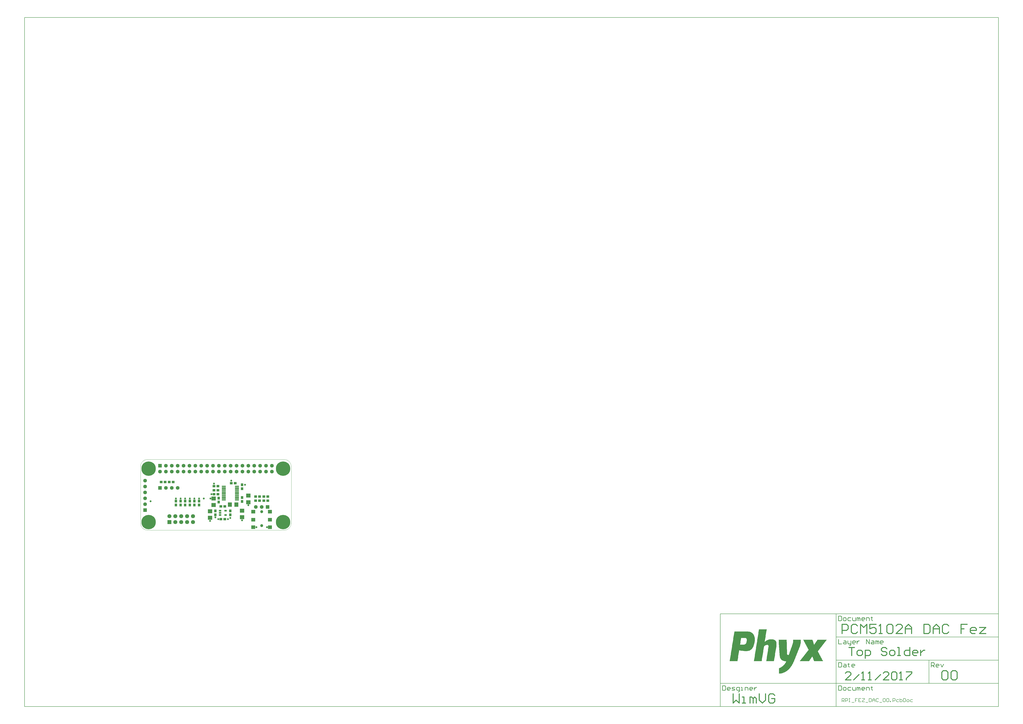
<source format=gts>
G04 Layer_Color=8388736*
%FSLAX25Y25*%
%MOIN*%
G70*
G01*
G75*
%ADD10C,0.00787*%
%ADD21C,0.01575*%
%ADD22C,0.00394*%
%ADD23C,0.00984*%
%ADD30C,0.05118*%
%ADD36R,0.06693X0.07480*%
%ADD37R,0.07480X0.06693*%
%ADD38R,0.04331X0.04724*%
%ADD39R,0.04331X0.03150*%
%ADD40R,0.04724X0.04331*%
%ADD41R,0.06890X0.01968*%
%ADD42R,0.07087X0.06299*%
%ADD43R,0.06299X0.06299*%
%ADD44C,0.06299*%
%ADD45R,0.06890X0.06890*%
%ADD46C,0.06890*%
%ADD47R,0.06299X0.06299*%
%ADD48C,0.24410*%
%ADD49C,0.03150*%
G36*
X1121080Y-186079D02*
Y-186365D01*
Y-186652D01*
Y-186938D01*
Y-187224D01*
Y-187511D01*
Y-187797D01*
Y-188083D01*
Y-188370D01*
Y-188656D01*
Y-188942D01*
Y-189229D01*
Y-189515D01*
Y-189801D01*
Y-190088D01*
Y-190374D01*
Y-190660D01*
Y-190946D01*
Y-191233D01*
Y-191519D01*
Y-191806D01*
X1120793D01*
Y-192092D01*
Y-192378D01*
Y-192664D01*
Y-192951D01*
Y-193237D01*
X1120507D01*
Y-193523D01*
Y-193810D01*
Y-194096D01*
Y-194382D01*
X1120221D01*
Y-194669D01*
Y-194955D01*
Y-195241D01*
Y-195528D01*
X1119934D01*
Y-195814D01*
Y-196100D01*
Y-196387D01*
X1119648D01*
Y-196673D01*
Y-196959D01*
Y-197245D01*
X1119362D01*
Y-197532D01*
Y-197818D01*
Y-198104D01*
X1119075D01*
Y-198391D01*
Y-198677D01*
Y-198963D01*
X1118789D01*
Y-199250D01*
Y-199536D01*
X1118503D01*
Y-199822D01*
Y-200109D01*
X1118217D01*
Y-200395D01*
Y-200681D01*
Y-200968D01*
X1117930D01*
Y-201254D01*
Y-201540D01*
X1117644D01*
Y-201826D01*
Y-202113D01*
Y-202399D01*
X1117358D01*
Y-202685D01*
Y-202972D01*
X1117071D01*
Y-203258D01*
Y-203544D01*
Y-203831D01*
X1116785D01*
Y-204117D01*
Y-204403D01*
X1116499D01*
Y-204690D01*
Y-204976D01*
Y-205262D01*
X1116212D01*
Y-205549D01*
Y-205835D01*
X1115926D01*
Y-206121D01*
Y-206407D01*
Y-206694D01*
X1115640D01*
Y-206980D01*
Y-207266D01*
X1115353D01*
Y-207553D01*
Y-207839D01*
Y-208125D01*
X1115067D01*
Y-208412D01*
Y-208698D01*
X1114781D01*
Y-208984D01*
Y-209271D01*
Y-209557D01*
X1114494D01*
Y-209843D01*
Y-210129D01*
X1114208D01*
Y-210416D01*
Y-210702D01*
Y-210988D01*
X1113922D01*
Y-211275D01*
Y-211561D01*
X1113636D01*
Y-211847D01*
Y-212134D01*
Y-212420D01*
X1113349D01*
Y-212706D01*
Y-212993D01*
X1113063D01*
Y-213279D01*
Y-213565D01*
Y-213851D01*
X1112776D01*
Y-214138D01*
Y-214424D01*
X1112490D01*
Y-214710D01*
Y-214997D01*
Y-215283D01*
X1112204D01*
Y-215569D01*
Y-215856D01*
X1111918D01*
Y-216142D01*
Y-216428D01*
Y-216715D01*
X1111631D01*
Y-217001D01*
Y-217287D01*
X1111345D01*
Y-217574D01*
Y-217860D01*
Y-218146D01*
X1111059D01*
Y-218433D01*
Y-218719D01*
X1110772D01*
Y-219005D01*
Y-219291D01*
Y-219578D01*
X1110486D01*
Y-219864D01*
Y-220150D01*
X1110200D01*
Y-220437D01*
Y-220723D01*
Y-221009D01*
X1109913D01*
Y-221296D01*
Y-221582D01*
X1109627D01*
Y-221868D01*
Y-222155D01*
Y-222441D01*
X1109341D01*
Y-222727D01*
Y-223014D01*
X1109054D01*
Y-223300D01*
Y-223586D01*
X1108768D01*
Y-223872D01*
Y-224159D01*
X1108482D01*
Y-224445D01*
Y-224731D01*
Y-225018D01*
X1108195D01*
Y-225304D01*
X1107909D01*
Y-225590D01*
Y-225877D01*
Y-226163D01*
X1107623D01*
Y-226449D01*
X1107337D01*
Y-226736D01*
Y-227022D01*
X1107050D01*
Y-227308D01*
Y-227595D01*
X1106764D01*
Y-227881D01*
Y-228167D01*
X1106478D01*
Y-228453D01*
Y-228740D01*
X1106191D01*
Y-229026D01*
X1105905D01*
Y-229312D01*
Y-229599D01*
X1105619D01*
Y-229885D01*
Y-230171D01*
X1105332D01*
Y-230458D01*
X1105046D01*
Y-230744D01*
X1104760D01*
Y-231030D01*
Y-231317D01*
X1104473D01*
Y-231603D01*
X1104187D01*
Y-231889D01*
Y-232176D01*
X1103901D01*
Y-232462D01*
X1103615D01*
Y-232748D01*
X1103328D01*
Y-233034D01*
Y-233321D01*
X1103042D01*
Y-233607D01*
X1102756D01*
Y-233893D01*
X1102469D01*
Y-234180D01*
X1102183D01*
Y-234466D01*
X1101897D01*
Y-234752D01*
Y-235039D01*
X1101610D01*
Y-235325D01*
X1101324D01*
Y-235611D01*
X1101038D01*
Y-235898D01*
X1100751D01*
Y-236184D01*
X1100465D01*
Y-236470D01*
X1100179D01*
Y-236757D01*
X1099892D01*
Y-237043D01*
X1099320D01*
Y-237329D01*
X1099034D01*
Y-237615D01*
X1098747D01*
Y-237902D01*
X1098461D01*
Y-238188D01*
X1098175D01*
Y-238474D01*
X1097602D01*
Y-238761D01*
X1097316D01*
Y-239047D01*
X1096743D01*
Y-239333D01*
X1096457D01*
Y-239620D01*
X1095884D01*
Y-239906D01*
X1095598D01*
Y-240192D01*
X1095025D01*
Y-240479D01*
X1094452D01*
Y-240765D01*
X1093880D01*
Y-241051D01*
X1093307D01*
Y-241338D01*
X1092735D01*
Y-241624D01*
X1091876D01*
Y-241910D01*
X1091303D01*
Y-242196D01*
X1090444D01*
Y-242483D01*
X1089299D01*
Y-242769D01*
X1088154D01*
Y-243056D01*
X1086436D01*
Y-243342D01*
X1084432D01*
Y-243628D01*
X1084145D01*
Y-243342D01*
Y-243056D01*
Y-242769D01*
Y-242483D01*
Y-242196D01*
Y-241910D01*
Y-241624D01*
Y-241338D01*
Y-241051D01*
Y-240765D01*
Y-240479D01*
Y-240192D01*
Y-239906D01*
Y-239620D01*
Y-239333D01*
Y-239047D01*
Y-238761D01*
Y-238474D01*
Y-238188D01*
Y-237902D01*
Y-237615D01*
Y-237329D01*
Y-237043D01*
Y-236757D01*
Y-236470D01*
Y-236184D01*
Y-235898D01*
Y-235611D01*
Y-235325D01*
Y-235039D01*
Y-234752D01*
Y-234466D01*
Y-234180D01*
X1084718D01*
Y-233893D01*
X1085291D01*
Y-233607D01*
X1085863D01*
Y-233321D01*
X1086436D01*
Y-233034D01*
X1087008D01*
Y-232748D01*
X1087581D01*
Y-232462D01*
X1087867D01*
Y-232176D01*
X1088440D01*
Y-231889D01*
X1088726D01*
Y-231603D01*
X1089299D01*
Y-231317D01*
X1089585D01*
Y-231030D01*
X1089872D01*
Y-230744D01*
X1090444D01*
Y-230458D01*
X1090730D01*
Y-230171D01*
X1091017D01*
Y-229885D01*
X1091303D01*
Y-229599D01*
X1091589D01*
Y-229312D01*
X1091876D01*
Y-229026D01*
X1092162D01*
Y-228740D01*
X1092448D01*
Y-228453D01*
X1092735D01*
Y-228167D01*
X1093021D01*
Y-227881D01*
X1093307D01*
Y-227595D01*
X1093594D01*
Y-227308D01*
Y-227022D01*
X1093880D01*
Y-226736D01*
X1094166D01*
Y-226449D01*
X1094452D01*
Y-226163D01*
Y-225877D01*
X1094739D01*
Y-225590D01*
X1095025D01*
Y-225304D01*
Y-225018D01*
X1095311D01*
Y-224731D01*
Y-224445D01*
X1095598D01*
Y-224159D01*
X1095884D01*
Y-223872D01*
Y-223586D01*
X1096170D01*
Y-223300D01*
Y-223014D01*
X1096457D01*
Y-222727D01*
Y-222441D01*
X1094739D01*
Y-222155D01*
X1092735D01*
Y-221868D01*
X1091589D01*
Y-221582D01*
X1091017D01*
Y-221296D01*
X1090158D01*
Y-221009D01*
X1089585D01*
Y-220723D01*
X1089299D01*
Y-220437D01*
X1088726D01*
Y-220150D01*
X1088440D01*
Y-219864D01*
X1088154D01*
Y-219578D01*
X1087867D01*
Y-219291D01*
X1087581D01*
Y-219005D01*
X1087295D01*
Y-218719D01*
Y-218433D01*
X1087008D01*
Y-218146D01*
X1086722D01*
Y-217860D01*
Y-217574D01*
X1086436D01*
Y-217287D01*
Y-217001D01*
X1086149D01*
Y-216715D01*
Y-216428D01*
X1085863D01*
Y-216142D01*
Y-215856D01*
Y-215569D01*
X1085577D01*
Y-215283D01*
Y-214997D01*
Y-214710D01*
Y-214424D01*
X1085291D01*
Y-214138D01*
Y-213851D01*
Y-213565D01*
Y-213279D01*
Y-212993D01*
Y-212706D01*
Y-212420D01*
X1085004D01*
Y-212134D01*
Y-211847D01*
Y-211561D01*
Y-211275D01*
Y-210988D01*
Y-210702D01*
Y-210416D01*
Y-210129D01*
Y-209843D01*
Y-209557D01*
Y-209271D01*
Y-208984D01*
Y-208698D01*
Y-208412D01*
Y-208125D01*
X1084718D01*
Y-207839D01*
Y-207553D01*
Y-207266D01*
Y-206980D01*
Y-206694D01*
Y-206407D01*
Y-206121D01*
Y-205835D01*
Y-205549D01*
Y-205262D01*
Y-204976D01*
Y-204690D01*
Y-204403D01*
Y-204117D01*
Y-203831D01*
X1084432D01*
Y-203544D01*
Y-203258D01*
Y-202972D01*
Y-202685D01*
Y-202399D01*
Y-202113D01*
Y-201826D01*
Y-201540D01*
Y-201254D01*
Y-200968D01*
Y-200681D01*
Y-200395D01*
Y-200109D01*
Y-199822D01*
Y-199536D01*
Y-199250D01*
X1084145D01*
Y-198963D01*
Y-198677D01*
Y-198391D01*
Y-198104D01*
Y-197818D01*
Y-197532D01*
Y-197245D01*
Y-196959D01*
Y-196673D01*
Y-196387D01*
Y-196100D01*
Y-195814D01*
Y-195528D01*
Y-195241D01*
Y-194955D01*
Y-194669D01*
X1083859D01*
Y-194382D01*
Y-194096D01*
Y-193810D01*
Y-193523D01*
Y-193237D01*
Y-192951D01*
Y-192664D01*
Y-192378D01*
Y-192092D01*
Y-191806D01*
Y-191519D01*
Y-191233D01*
Y-190946D01*
Y-190660D01*
X1083573D01*
Y-190374D01*
Y-190088D01*
Y-189801D01*
Y-189515D01*
Y-189229D01*
Y-188942D01*
Y-188656D01*
Y-188370D01*
Y-188083D01*
Y-187797D01*
Y-187511D01*
Y-187224D01*
Y-186938D01*
Y-186652D01*
Y-186365D01*
Y-186079D01*
X1083286D01*
Y-185793D01*
X1097029D01*
Y-186079D01*
Y-186365D01*
Y-186652D01*
Y-186938D01*
Y-187224D01*
Y-187511D01*
Y-187797D01*
Y-188083D01*
Y-188370D01*
Y-188656D01*
Y-188942D01*
Y-189229D01*
Y-189515D01*
Y-189801D01*
X1097316D01*
Y-190088D01*
Y-190374D01*
Y-190660D01*
Y-190946D01*
Y-191233D01*
Y-191519D01*
Y-191806D01*
Y-192092D01*
Y-192378D01*
Y-192664D01*
Y-192951D01*
Y-193237D01*
Y-193523D01*
Y-193810D01*
Y-194096D01*
Y-194382D01*
Y-194669D01*
Y-194955D01*
Y-195241D01*
Y-195528D01*
Y-195814D01*
Y-196100D01*
Y-196387D01*
Y-196673D01*
Y-196959D01*
Y-197245D01*
Y-197532D01*
Y-197818D01*
Y-198104D01*
Y-198391D01*
Y-198677D01*
Y-198963D01*
Y-199250D01*
Y-199536D01*
Y-199822D01*
Y-200109D01*
Y-200395D01*
Y-200681D01*
Y-200968D01*
Y-201254D01*
Y-201540D01*
X1097602D01*
Y-201826D01*
X1097316D01*
Y-202113D01*
Y-202399D01*
X1097602D01*
Y-202685D01*
Y-202972D01*
Y-203258D01*
Y-203544D01*
Y-203831D01*
Y-204117D01*
Y-204403D01*
Y-204690D01*
Y-204976D01*
Y-205262D01*
Y-205549D01*
Y-205835D01*
Y-206121D01*
Y-206407D01*
Y-206694D01*
Y-206980D01*
Y-207266D01*
Y-207553D01*
Y-207839D01*
Y-208125D01*
Y-208412D01*
Y-208698D01*
Y-208984D01*
Y-209271D01*
Y-209557D01*
Y-209843D01*
X1097888D01*
Y-210129D01*
Y-210416D01*
Y-210702D01*
X1098175D01*
Y-210988D01*
X1098461D01*
Y-211275D01*
X1098747D01*
Y-211561D01*
X1099606D01*
Y-211847D01*
X1100465D01*
Y-211561D01*
X1100751D01*
Y-211275D01*
Y-210988D01*
Y-210702D01*
X1101038D01*
Y-210416D01*
Y-210129D01*
X1101324D01*
Y-209843D01*
Y-209557D01*
Y-209271D01*
X1101610D01*
Y-208984D01*
Y-208698D01*
Y-208412D01*
X1101897D01*
Y-208125D01*
Y-207839D01*
Y-207553D01*
X1102183D01*
Y-207266D01*
Y-206980D01*
Y-206694D01*
X1102469D01*
Y-206407D01*
Y-206121D01*
X1102756D01*
Y-205835D01*
Y-205549D01*
Y-205262D01*
X1103042D01*
Y-204976D01*
Y-204690D01*
Y-204403D01*
X1103328D01*
Y-204117D01*
Y-203831D01*
Y-203544D01*
X1103615D01*
Y-203258D01*
Y-202972D01*
X1103901D01*
Y-202685D01*
Y-202399D01*
Y-202113D01*
X1104187D01*
Y-201826D01*
Y-201540D01*
Y-201254D01*
X1104473D01*
Y-200968D01*
Y-200681D01*
Y-200395D01*
X1104760D01*
Y-200109D01*
Y-199822D01*
X1105046D01*
Y-199536D01*
Y-199250D01*
Y-198963D01*
X1105332D01*
Y-198677D01*
Y-198391D01*
Y-198104D01*
X1105619D01*
Y-197818D01*
Y-197532D01*
Y-197245D01*
X1105905D01*
Y-196959D01*
Y-196673D01*
X1106191D01*
Y-196387D01*
Y-196100D01*
Y-195814D01*
X1106478D01*
Y-195528D01*
Y-195241D01*
Y-194955D01*
X1106764D01*
Y-194669D01*
Y-194382D01*
Y-194096D01*
X1107050D01*
Y-193810D01*
Y-193523D01*
Y-193237D01*
Y-192951D01*
X1107337D01*
Y-192664D01*
Y-192378D01*
Y-192092D01*
Y-191806D01*
X1107623D01*
Y-191519D01*
Y-191233D01*
Y-190946D01*
Y-190660D01*
Y-190374D01*
X1107909D01*
Y-190088D01*
Y-189801D01*
Y-189515D01*
Y-189229D01*
Y-188942D01*
Y-188656D01*
X1108195D01*
Y-188370D01*
Y-188083D01*
Y-187797D01*
Y-187511D01*
Y-187224D01*
Y-186938D01*
Y-186652D01*
Y-186365D01*
Y-186079D01*
Y-185793D01*
X1121080D01*
Y-186079D01*
D02*
G37*
G36*
X1063244Y-168614D02*
Y-168900D01*
X1062958D01*
Y-169187D01*
Y-169473D01*
Y-169759D01*
Y-170046D01*
Y-170332D01*
Y-170618D01*
X1062672D01*
Y-170905D01*
Y-171191D01*
Y-171477D01*
Y-171764D01*
Y-172050D01*
Y-172336D01*
X1062385D01*
Y-172623D01*
Y-172909D01*
Y-173195D01*
Y-173481D01*
Y-173768D01*
Y-174054D01*
Y-174340D01*
X1062099D01*
Y-174627D01*
Y-174913D01*
Y-175199D01*
Y-175486D01*
Y-175772D01*
Y-176058D01*
X1061813D01*
Y-176345D01*
Y-176631D01*
Y-176917D01*
Y-177204D01*
Y-177490D01*
Y-177776D01*
X1061526D01*
Y-178062D01*
Y-178349D01*
Y-178635D01*
Y-178921D01*
Y-179208D01*
Y-179494D01*
Y-179780D01*
X1061240D01*
Y-180067D01*
Y-180353D01*
Y-180639D01*
Y-180926D01*
Y-181212D01*
Y-181498D01*
X1060954D01*
Y-181784D01*
Y-182071D01*
Y-182357D01*
Y-182643D01*
Y-182930D01*
Y-183216D01*
X1060668D01*
Y-183502D01*
Y-183789D01*
Y-184075D01*
Y-184361D01*
Y-184648D01*
Y-184934D01*
X1060381D01*
Y-185220D01*
Y-185507D01*
Y-185793D01*
Y-186079D01*
Y-186365D01*
Y-186652D01*
Y-186938D01*
X1060095D01*
Y-187224D01*
Y-187511D01*
Y-187797D01*
Y-188083D01*
Y-188370D01*
Y-188656D01*
X1059809D01*
Y-188942D01*
Y-189229D01*
X1060381D01*
Y-188942D01*
X1060668D01*
Y-188656D01*
X1060954D01*
Y-188370D01*
X1061526D01*
Y-188083D01*
X1061813D01*
Y-187797D01*
X1062099D01*
Y-187511D01*
X1062672D01*
Y-187224D01*
X1063244D01*
Y-186938D01*
X1063531D01*
Y-186652D01*
X1064103D01*
Y-186365D01*
X1064962D01*
Y-186079D01*
X1065535D01*
Y-185793D01*
X1066394D01*
Y-185507D01*
X1067825D01*
Y-185220D01*
X1074124D01*
Y-185507D01*
X1075270D01*
Y-185793D01*
X1076128D01*
Y-186079D01*
X1076701D01*
Y-186365D01*
X1076987D01*
Y-186652D01*
X1077560D01*
Y-186938D01*
X1077846D01*
Y-187224D01*
X1078133D01*
Y-187511D01*
X1078419D01*
Y-187797D01*
X1078705D01*
Y-188083D01*
Y-188370D01*
X1078992D01*
Y-188656D01*
Y-188942D01*
X1079278D01*
Y-189229D01*
Y-189515D01*
Y-189801D01*
X1079564D01*
Y-190088D01*
Y-190374D01*
Y-190660D01*
Y-190946D01*
X1079850D01*
Y-191233D01*
Y-191519D01*
Y-191806D01*
Y-192092D01*
Y-192378D01*
Y-192664D01*
Y-192951D01*
Y-193237D01*
Y-193523D01*
Y-193810D01*
Y-194096D01*
Y-194382D01*
Y-194669D01*
Y-194955D01*
Y-195241D01*
Y-195528D01*
Y-195814D01*
Y-196100D01*
X1079564D01*
Y-196387D01*
Y-196673D01*
Y-196959D01*
Y-197245D01*
Y-197532D01*
Y-197818D01*
Y-198104D01*
X1079278D01*
Y-198391D01*
Y-198677D01*
Y-198963D01*
Y-199250D01*
Y-199536D01*
Y-199822D01*
Y-200109D01*
X1078992D01*
Y-200395D01*
Y-200681D01*
Y-200968D01*
Y-201254D01*
Y-201540D01*
Y-201826D01*
X1078705D01*
Y-202113D01*
Y-202399D01*
Y-202685D01*
Y-202972D01*
Y-203258D01*
Y-203544D01*
X1078419D01*
Y-203831D01*
Y-204117D01*
Y-204403D01*
Y-204690D01*
Y-204976D01*
Y-205262D01*
X1078133D01*
Y-205549D01*
Y-205835D01*
Y-206121D01*
Y-206407D01*
Y-206694D01*
Y-206980D01*
Y-207266D01*
X1077846D01*
Y-207553D01*
Y-207839D01*
Y-208125D01*
Y-208412D01*
Y-208698D01*
Y-208984D01*
X1077560D01*
Y-209271D01*
Y-209557D01*
Y-209843D01*
Y-210129D01*
Y-210416D01*
Y-210702D01*
X1077274D01*
Y-210988D01*
Y-211275D01*
Y-211561D01*
Y-211847D01*
Y-212134D01*
Y-212420D01*
Y-212706D01*
X1076987D01*
Y-212993D01*
Y-213279D01*
Y-213565D01*
Y-213851D01*
Y-214138D01*
Y-214424D01*
X1076701D01*
Y-214710D01*
Y-214997D01*
Y-215283D01*
Y-215569D01*
Y-215856D01*
Y-216142D01*
X1076415D01*
Y-216428D01*
Y-216715D01*
Y-217001D01*
Y-217287D01*
Y-217574D01*
Y-217860D01*
X1076128D01*
Y-218146D01*
Y-218433D01*
Y-218719D01*
Y-219005D01*
Y-219291D01*
Y-219578D01*
Y-219864D01*
X1075842D01*
Y-220150D01*
Y-220437D01*
Y-220723D01*
Y-221009D01*
Y-221296D01*
Y-221582D01*
X1075556D01*
Y-221868D01*
Y-222155D01*
X1062385D01*
Y-221868D01*
Y-221582D01*
X1062672D01*
Y-221296D01*
Y-221009D01*
Y-220723D01*
Y-220437D01*
Y-220150D01*
Y-219864D01*
X1062958D01*
Y-219578D01*
Y-219291D01*
Y-219005D01*
Y-218719D01*
Y-218433D01*
Y-218146D01*
Y-217860D01*
X1063244D01*
Y-217574D01*
Y-217287D01*
Y-217001D01*
Y-216715D01*
Y-216428D01*
Y-216142D01*
X1063531D01*
Y-215856D01*
Y-215569D01*
Y-215283D01*
Y-214997D01*
Y-214710D01*
Y-214424D01*
X1063817D01*
Y-214138D01*
Y-213851D01*
Y-213565D01*
Y-213279D01*
Y-212993D01*
Y-212706D01*
Y-212420D01*
X1064103D01*
Y-212134D01*
Y-211847D01*
Y-211561D01*
Y-211275D01*
Y-210988D01*
Y-210702D01*
X1064390D01*
Y-210416D01*
Y-210129D01*
Y-209843D01*
Y-209557D01*
Y-209271D01*
Y-208984D01*
Y-208698D01*
X1064676D01*
Y-208412D01*
Y-208125D01*
Y-207839D01*
Y-207553D01*
Y-207266D01*
Y-206980D01*
X1064962D01*
Y-206694D01*
Y-206407D01*
Y-206121D01*
Y-205835D01*
Y-205549D01*
Y-205262D01*
X1065249D01*
Y-204976D01*
Y-204690D01*
Y-204403D01*
Y-204117D01*
Y-203831D01*
Y-203544D01*
X1065535D01*
Y-203258D01*
Y-202972D01*
Y-202685D01*
Y-202399D01*
Y-202113D01*
Y-201826D01*
Y-201540D01*
X1065821D01*
Y-201254D01*
Y-200968D01*
Y-200681D01*
Y-200395D01*
Y-200109D01*
Y-199822D01*
X1066107D01*
Y-199536D01*
Y-199250D01*
Y-198963D01*
Y-198677D01*
Y-198391D01*
Y-198104D01*
Y-197818D01*
X1066394D01*
Y-197532D01*
Y-197245D01*
Y-196959D01*
Y-196673D01*
Y-196387D01*
Y-196100D01*
X1066107D01*
Y-195814D01*
Y-195528D01*
X1065821D01*
Y-195241D01*
X1065535D01*
Y-194955D01*
X1064962D01*
Y-194669D01*
X1063244D01*
Y-194955D01*
X1061813D01*
Y-195241D01*
X1060954D01*
Y-195528D01*
X1060381D01*
Y-195814D01*
X1060095D01*
Y-196100D01*
X1059522D01*
Y-196387D01*
X1059236D01*
Y-196673D01*
X1058950D01*
Y-196959D01*
Y-197245D01*
X1058663D01*
Y-197532D01*
Y-197818D01*
Y-198104D01*
X1058377D01*
Y-198391D01*
Y-198677D01*
Y-198963D01*
Y-199250D01*
Y-199536D01*
Y-199822D01*
X1058091D01*
Y-200109D01*
Y-200395D01*
Y-200681D01*
Y-200968D01*
Y-201254D01*
Y-201540D01*
Y-201826D01*
X1057804D01*
Y-202113D01*
Y-202399D01*
Y-202685D01*
Y-202972D01*
Y-203258D01*
Y-203544D01*
X1057518D01*
Y-203831D01*
Y-204117D01*
Y-204403D01*
Y-204690D01*
Y-204976D01*
Y-205262D01*
X1057232D01*
Y-205549D01*
Y-205835D01*
Y-206121D01*
Y-206407D01*
Y-206694D01*
Y-206980D01*
X1056946D01*
Y-207266D01*
Y-207553D01*
Y-207839D01*
Y-208125D01*
Y-208412D01*
Y-208698D01*
Y-208984D01*
X1056659D01*
Y-209271D01*
Y-209557D01*
Y-209843D01*
Y-210129D01*
Y-210416D01*
Y-210702D01*
X1056373D01*
Y-210988D01*
Y-211275D01*
Y-211561D01*
Y-211847D01*
Y-212134D01*
Y-212420D01*
X1056087D01*
Y-212706D01*
Y-212993D01*
Y-213279D01*
Y-213565D01*
Y-213851D01*
Y-214138D01*
Y-214424D01*
X1055800D01*
Y-214710D01*
Y-214997D01*
Y-215283D01*
Y-215569D01*
Y-215856D01*
Y-216142D01*
X1055514D01*
Y-216428D01*
Y-216715D01*
Y-217001D01*
Y-217287D01*
Y-217574D01*
Y-217860D01*
X1055228D01*
Y-218146D01*
Y-218433D01*
Y-218719D01*
Y-219005D01*
Y-219291D01*
Y-219578D01*
X1054941D01*
Y-219864D01*
Y-220150D01*
Y-220437D01*
Y-220723D01*
Y-221009D01*
Y-221296D01*
Y-221582D01*
X1054655D01*
Y-221868D01*
Y-222155D01*
X1041485D01*
Y-221868D01*
Y-221582D01*
X1041771D01*
Y-221296D01*
Y-221009D01*
Y-220723D01*
Y-220437D01*
Y-220150D01*
Y-219864D01*
Y-219578D01*
X1042057D01*
Y-219291D01*
Y-219005D01*
Y-218719D01*
Y-218433D01*
Y-218146D01*
Y-217860D01*
X1042344D01*
Y-217574D01*
Y-217287D01*
Y-217001D01*
Y-216715D01*
Y-216428D01*
Y-216142D01*
X1042630D01*
Y-215856D01*
Y-215569D01*
Y-215283D01*
Y-214997D01*
Y-214710D01*
Y-214424D01*
Y-214138D01*
X1042916D01*
Y-213851D01*
Y-213565D01*
Y-213279D01*
Y-212993D01*
Y-212706D01*
Y-212420D01*
X1043202D01*
Y-212134D01*
Y-211847D01*
Y-211561D01*
Y-211275D01*
Y-210988D01*
Y-210702D01*
X1043489D01*
Y-210416D01*
Y-210129D01*
Y-209843D01*
Y-209557D01*
Y-209271D01*
Y-208984D01*
X1043775D01*
Y-208698D01*
Y-208412D01*
Y-208125D01*
Y-207839D01*
Y-207553D01*
Y-207266D01*
Y-206980D01*
X1044061D01*
Y-206694D01*
Y-206407D01*
Y-206121D01*
Y-205835D01*
Y-205549D01*
Y-205262D01*
X1044348D01*
Y-204976D01*
Y-204690D01*
Y-204403D01*
Y-204117D01*
Y-203831D01*
Y-203544D01*
X1044634D01*
Y-203258D01*
Y-202972D01*
Y-202685D01*
Y-202399D01*
Y-202113D01*
Y-201826D01*
Y-201540D01*
X1044920D01*
Y-201254D01*
Y-200968D01*
Y-200681D01*
Y-200395D01*
Y-200109D01*
Y-199822D01*
X1045207D01*
Y-199536D01*
Y-199250D01*
Y-198963D01*
Y-198677D01*
Y-198391D01*
Y-198104D01*
X1045493D01*
Y-197818D01*
Y-197532D01*
Y-197245D01*
Y-196959D01*
Y-196673D01*
Y-196387D01*
X1045779D01*
Y-196100D01*
Y-195814D01*
Y-195528D01*
Y-195241D01*
Y-194955D01*
Y-194669D01*
Y-194382D01*
X1046066D01*
Y-194096D01*
Y-193810D01*
Y-193523D01*
Y-193237D01*
Y-192951D01*
Y-192664D01*
X1046352D01*
Y-192378D01*
Y-192092D01*
Y-191806D01*
Y-191519D01*
Y-191233D01*
Y-190946D01*
X1046638D01*
Y-190660D01*
Y-190374D01*
Y-190088D01*
Y-189801D01*
Y-189515D01*
Y-189229D01*
X1046925D01*
Y-188942D01*
Y-188656D01*
Y-188370D01*
Y-188083D01*
Y-187797D01*
Y-187511D01*
Y-187224D01*
X1047211D01*
Y-186938D01*
Y-186652D01*
Y-186365D01*
Y-186079D01*
Y-185793D01*
Y-185507D01*
X1047497D01*
Y-185220D01*
Y-184934D01*
Y-184648D01*
Y-184361D01*
Y-184075D01*
Y-183789D01*
X1047783D01*
Y-183502D01*
Y-183216D01*
Y-182930D01*
Y-182643D01*
Y-182357D01*
Y-182071D01*
Y-181784D01*
X1048070D01*
Y-181498D01*
Y-181212D01*
Y-180926D01*
Y-180639D01*
Y-180353D01*
Y-180067D01*
X1048356D01*
Y-179780D01*
Y-179494D01*
Y-179208D01*
Y-178921D01*
Y-178635D01*
Y-178349D01*
X1048642D01*
Y-178062D01*
Y-177776D01*
Y-177490D01*
Y-177204D01*
Y-176917D01*
Y-176631D01*
X1048929D01*
Y-176345D01*
Y-176058D01*
Y-175772D01*
Y-175486D01*
Y-175199D01*
Y-174913D01*
Y-174627D01*
X1049215D01*
Y-174340D01*
Y-174054D01*
Y-173768D01*
Y-173481D01*
Y-173195D01*
Y-172909D01*
X1049501D01*
Y-172623D01*
Y-172336D01*
Y-172050D01*
Y-171764D01*
Y-171477D01*
Y-171191D01*
X1049788D01*
Y-170905D01*
Y-170618D01*
Y-170332D01*
Y-170046D01*
Y-169759D01*
Y-169473D01*
Y-169187D01*
X1050074D01*
Y-168900D01*
Y-168614D01*
Y-168328D01*
X1063244D01*
Y-168614D01*
D02*
G37*
G36*
X1032036Y-172050D02*
X1033754D01*
Y-172336D01*
X1034613D01*
Y-172623D01*
X1035472D01*
Y-172909D01*
X1036331D01*
Y-173195D01*
X1036904D01*
Y-173481D01*
X1037190D01*
Y-173768D01*
X1037763D01*
Y-174054D01*
X1038049D01*
Y-174340D01*
X1038622D01*
Y-174627D01*
X1038908D01*
Y-174913D01*
X1039194D01*
Y-175199D01*
X1039480D01*
Y-175486D01*
X1039767D01*
Y-175772D01*
X1040053D01*
Y-176058D01*
X1040339D01*
Y-176345D01*
Y-176631D01*
X1040626D01*
Y-176917D01*
X1040912D01*
Y-177204D01*
Y-177490D01*
X1041198D01*
Y-177776D01*
X1041485D01*
Y-178062D01*
Y-178349D01*
X1041771D01*
Y-178635D01*
Y-178921D01*
Y-179208D01*
X1042057D01*
Y-179494D01*
Y-179780D01*
Y-180067D01*
X1042344D01*
Y-180353D01*
Y-180639D01*
Y-180926D01*
Y-181212D01*
X1042630D01*
Y-181498D01*
Y-181784D01*
Y-182071D01*
Y-182357D01*
Y-182643D01*
X1042916D01*
Y-182930D01*
Y-183216D01*
Y-183502D01*
Y-183789D01*
Y-184075D01*
Y-184361D01*
Y-184648D01*
Y-184934D01*
Y-185220D01*
Y-185507D01*
Y-185793D01*
Y-186079D01*
Y-186365D01*
Y-186652D01*
Y-186938D01*
Y-187224D01*
Y-187511D01*
Y-187797D01*
Y-188083D01*
Y-188370D01*
X1042630D01*
Y-188656D01*
Y-188942D01*
Y-189229D01*
Y-189515D01*
Y-189801D01*
Y-190088D01*
Y-190374D01*
X1042344D01*
Y-190660D01*
Y-190946D01*
Y-191233D01*
Y-191519D01*
Y-191806D01*
X1042057D01*
Y-192092D01*
Y-192378D01*
Y-192664D01*
Y-192951D01*
Y-193237D01*
X1041771D01*
Y-193523D01*
Y-193810D01*
Y-194096D01*
X1041485D01*
Y-194382D01*
Y-194669D01*
Y-194955D01*
Y-195241D01*
X1041198D01*
Y-195528D01*
Y-195814D01*
Y-196100D01*
X1040912D01*
Y-196387D01*
Y-196673D01*
X1040626D01*
Y-196959D01*
Y-197245D01*
Y-197532D01*
X1040339D01*
Y-197818D01*
Y-198104D01*
X1040053D01*
Y-198391D01*
Y-198677D01*
X1039767D01*
Y-198963D01*
Y-199250D01*
X1039480D01*
Y-199536D01*
X1039194D01*
Y-199822D01*
Y-200109D01*
X1038908D01*
Y-200395D01*
X1038622D01*
Y-200681D01*
X1038335D01*
Y-200968D01*
Y-201254D01*
X1038049D01*
Y-201540D01*
X1037763D01*
Y-201826D01*
X1037476D01*
Y-202113D01*
X1037190D01*
Y-202399D01*
X1036904D01*
Y-202685D01*
X1036331D01*
Y-202972D01*
X1036045D01*
Y-203258D01*
X1035472D01*
Y-203544D01*
X1035186D01*
Y-203831D01*
X1034613D01*
Y-204117D01*
X1033754D01*
Y-204403D01*
X1032895D01*
Y-204690D01*
X1032036D01*
Y-204976D01*
X1030318D01*
Y-205262D01*
X1025165D01*
Y-204976D01*
X1022588D01*
Y-204690D01*
X1020584D01*
Y-204403D01*
X1019152D01*
Y-204117D01*
X1017721D01*
Y-203831D01*
X1016289D01*
Y-204117D01*
Y-204403D01*
Y-204690D01*
Y-204976D01*
Y-205262D01*
Y-205549D01*
Y-205835D01*
X1016003D01*
Y-206121D01*
Y-206407D01*
Y-206694D01*
Y-206980D01*
Y-207266D01*
Y-207553D01*
X1015716D01*
Y-207839D01*
Y-208125D01*
Y-208412D01*
Y-208698D01*
Y-208984D01*
Y-209271D01*
X1015430D01*
Y-209557D01*
Y-209843D01*
Y-210129D01*
Y-210416D01*
Y-210702D01*
Y-210988D01*
Y-211275D01*
X1015144D01*
Y-211561D01*
Y-211847D01*
Y-212134D01*
Y-212420D01*
Y-212706D01*
Y-212993D01*
X1014857D01*
Y-213279D01*
Y-213565D01*
Y-213851D01*
Y-214138D01*
Y-214424D01*
Y-214710D01*
X1014571D01*
Y-214997D01*
Y-215283D01*
Y-215569D01*
Y-215856D01*
Y-216142D01*
Y-216428D01*
Y-216715D01*
X1014285D01*
Y-217001D01*
Y-217287D01*
Y-217574D01*
Y-217860D01*
Y-218146D01*
Y-218433D01*
X1013999D01*
Y-218719D01*
Y-219005D01*
Y-219291D01*
Y-219578D01*
Y-219864D01*
Y-220150D01*
X1013712D01*
Y-220437D01*
Y-220723D01*
Y-221009D01*
Y-221296D01*
Y-221582D01*
Y-221868D01*
Y-222155D01*
X1000256D01*
Y-221868D01*
X1000542D01*
Y-221582D01*
Y-221296D01*
Y-221009D01*
Y-220723D01*
Y-220437D01*
X1000828D01*
Y-220150D01*
Y-219864D01*
Y-219578D01*
Y-219291D01*
Y-219005D01*
Y-218719D01*
Y-218433D01*
X1001114D01*
Y-218146D01*
Y-217860D01*
Y-217574D01*
Y-217287D01*
Y-217001D01*
Y-216715D01*
X1001401D01*
Y-216428D01*
Y-216142D01*
Y-215856D01*
Y-215569D01*
Y-215283D01*
Y-214997D01*
X1001687D01*
Y-214710D01*
Y-214424D01*
Y-214138D01*
Y-213851D01*
Y-213565D01*
Y-213279D01*
Y-212993D01*
X1001974D01*
Y-212706D01*
Y-212420D01*
Y-212134D01*
Y-211847D01*
Y-211561D01*
Y-211275D01*
X1002260D01*
Y-210988D01*
Y-210702D01*
Y-210416D01*
Y-210129D01*
Y-209843D01*
Y-209557D01*
X1002546D01*
Y-209271D01*
Y-208984D01*
Y-208698D01*
Y-208412D01*
Y-208125D01*
Y-207839D01*
X1002832D01*
Y-207553D01*
Y-207266D01*
Y-206980D01*
Y-206694D01*
Y-206407D01*
Y-206121D01*
Y-205835D01*
X1003119D01*
Y-205549D01*
Y-205262D01*
Y-204976D01*
Y-204690D01*
Y-204403D01*
Y-204117D01*
X1003405D01*
Y-203831D01*
Y-203544D01*
Y-203258D01*
Y-202972D01*
Y-202685D01*
Y-202399D01*
X1003691D01*
Y-202113D01*
Y-201826D01*
Y-201540D01*
Y-201254D01*
Y-200968D01*
Y-200681D01*
X1003978D01*
Y-200395D01*
Y-200109D01*
Y-199822D01*
Y-199536D01*
Y-199250D01*
Y-198963D01*
Y-198677D01*
X1004264D01*
Y-198391D01*
Y-198104D01*
Y-197818D01*
Y-197532D01*
Y-197245D01*
Y-196959D01*
X1004550D01*
Y-196673D01*
Y-196387D01*
Y-196100D01*
Y-195814D01*
Y-195528D01*
Y-195241D01*
X1004837D01*
Y-194955D01*
Y-194669D01*
Y-194382D01*
Y-194096D01*
Y-193810D01*
Y-193523D01*
Y-193237D01*
X1005123D01*
Y-192951D01*
Y-192664D01*
Y-192378D01*
Y-192092D01*
Y-191806D01*
Y-191519D01*
X1005409D01*
Y-191233D01*
Y-190946D01*
Y-190660D01*
Y-190374D01*
Y-190088D01*
Y-189801D01*
X1005696D01*
Y-189515D01*
Y-189229D01*
Y-188942D01*
Y-188656D01*
Y-188370D01*
Y-188083D01*
X1005982D01*
Y-187797D01*
Y-187511D01*
Y-187224D01*
Y-186938D01*
Y-186652D01*
Y-186365D01*
Y-186079D01*
X1006268D01*
Y-185793D01*
Y-185507D01*
Y-185220D01*
Y-184934D01*
Y-184648D01*
Y-184361D01*
X1006555D01*
Y-184075D01*
Y-183789D01*
Y-183502D01*
Y-183216D01*
Y-182930D01*
Y-182643D01*
X1006841D01*
Y-182357D01*
Y-182071D01*
Y-181784D01*
Y-181498D01*
Y-181212D01*
Y-180926D01*
Y-180639D01*
X1007127D01*
Y-180353D01*
Y-180067D01*
Y-179780D01*
Y-179494D01*
Y-179208D01*
Y-178921D01*
X1007413D01*
Y-178635D01*
Y-178349D01*
Y-178062D01*
Y-177776D01*
Y-177490D01*
Y-177204D01*
X1007700D01*
Y-176917D01*
Y-176631D01*
Y-176345D01*
Y-176058D01*
Y-175772D01*
Y-175486D01*
Y-175199D01*
X1007986D01*
Y-174913D01*
Y-174627D01*
Y-174340D01*
Y-174054D01*
Y-173768D01*
Y-173481D01*
X1008272D01*
Y-173195D01*
Y-172909D01*
Y-172623D01*
Y-172336D01*
Y-172050D01*
Y-171764D01*
X1032036D01*
Y-172050D01*
D02*
G37*
G36*
X1165172Y-186079D02*
X1164886D01*
Y-186365D01*
X1164599D01*
Y-186652D01*
Y-186938D01*
X1164313D01*
Y-187224D01*
X1164027D01*
Y-187511D01*
X1163740D01*
Y-187797D01*
Y-188083D01*
X1163454D01*
Y-188370D01*
X1163168D01*
Y-188656D01*
X1162881D01*
Y-188942D01*
X1162595D01*
Y-189229D01*
Y-189515D01*
X1162309D01*
Y-189801D01*
X1162022D01*
Y-190088D01*
X1161736D01*
Y-190374D01*
Y-190660D01*
X1161450D01*
Y-190946D01*
X1161163D01*
Y-191233D01*
X1160877D01*
Y-191519D01*
X1160591D01*
Y-191806D01*
Y-192092D01*
X1160305D01*
Y-192378D01*
X1160018D01*
Y-192664D01*
X1159732D01*
Y-192951D01*
Y-193237D01*
X1159445D01*
Y-193523D01*
X1159159D01*
Y-193810D01*
X1158873D01*
Y-194096D01*
Y-194382D01*
X1158587D01*
Y-194669D01*
X1158300D01*
Y-194955D01*
X1158014D01*
Y-195241D01*
X1157728D01*
Y-195528D01*
Y-195814D01*
X1157441D01*
Y-196100D01*
X1157155D01*
Y-196387D01*
X1156869D01*
Y-196673D01*
Y-196959D01*
X1156582D01*
Y-197245D01*
X1156296D01*
Y-197532D01*
X1156010D01*
Y-197818D01*
Y-198104D01*
X1155723D01*
Y-198391D01*
X1155437D01*
Y-198677D01*
X1155151D01*
Y-198963D01*
X1154865D01*
Y-199250D01*
Y-199536D01*
X1154578D01*
Y-199822D01*
X1154292D01*
Y-200109D01*
X1154006D01*
Y-200395D01*
Y-200681D01*
X1153719D01*
Y-200968D01*
X1153433D01*
Y-201254D01*
X1153147D01*
Y-201540D01*
Y-201826D01*
X1152860D01*
Y-202113D01*
X1152574D01*
Y-202399D01*
X1152288D01*
Y-202685D01*
X1152001D01*
Y-202972D01*
Y-203258D01*
X1151715D01*
Y-203544D01*
X1151429D01*
Y-203831D01*
X1151142D01*
Y-204117D01*
Y-204403D01*
X1150856D01*
Y-204690D01*
X1150570D01*
Y-204976D01*
X1150284D01*
Y-205262D01*
X1149997D01*
Y-205549D01*
Y-205835D01*
X1150284D01*
Y-206121D01*
Y-206407D01*
X1150570D01*
Y-206694D01*
Y-206980D01*
X1150856D01*
Y-207266D01*
X1151142D01*
Y-207553D01*
Y-207839D01*
X1151429D01*
Y-208125D01*
Y-208412D01*
X1151715D01*
Y-208698D01*
Y-208984D01*
X1152001D01*
Y-209271D01*
Y-209557D01*
X1152288D01*
Y-209843D01*
Y-210129D01*
X1152574D01*
Y-210416D01*
Y-210702D01*
X1152860D01*
Y-210988D01*
Y-211275D01*
X1153147D01*
Y-211561D01*
Y-211847D01*
X1153433D01*
Y-212134D01*
X1153719D01*
Y-212420D01*
Y-212706D01*
X1154006D01*
Y-212993D01*
Y-213279D01*
X1154292D01*
Y-213565D01*
Y-213851D01*
X1154578D01*
Y-214138D01*
Y-214424D01*
X1154865D01*
Y-214710D01*
Y-214997D01*
X1155151D01*
Y-215283D01*
Y-215569D01*
X1155437D01*
Y-215856D01*
Y-216142D01*
X1155723D01*
Y-216428D01*
X1156010D01*
Y-216715D01*
Y-217001D01*
X1156296D01*
Y-217287D01*
Y-217574D01*
X1156582D01*
Y-217860D01*
Y-218146D01*
X1156869D01*
Y-218433D01*
Y-218719D01*
X1157155D01*
Y-219005D01*
Y-219291D01*
X1157441D01*
Y-219578D01*
Y-219864D01*
X1157728D01*
Y-220150D01*
Y-220437D01*
X1158014D01*
Y-220723D01*
X1158300D01*
Y-221009D01*
Y-221296D01*
X1158587D01*
Y-221582D01*
Y-221868D01*
X1158873D01*
Y-222155D01*
X1143698D01*
Y-221868D01*
X1143412D01*
Y-221582D01*
Y-221296D01*
Y-221009D01*
X1143126D01*
Y-220723D01*
Y-220437D01*
Y-220150D01*
X1142839D01*
Y-219864D01*
Y-219578D01*
X1142553D01*
Y-219291D01*
Y-219005D01*
Y-218719D01*
X1142267D01*
Y-218433D01*
Y-218146D01*
Y-217860D01*
X1141980D01*
Y-217574D01*
Y-217287D01*
X1141694D01*
Y-217001D01*
Y-216715D01*
Y-216428D01*
X1141408D01*
Y-216142D01*
Y-215856D01*
Y-215569D01*
X1141121D01*
Y-215283D01*
Y-214997D01*
Y-214710D01*
X1140835D01*
Y-214424D01*
X1140263D01*
Y-214710D01*
Y-214997D01*
X1139976D01*
Y-215283D01*
X1139690D01*
Y-215569D01*
Y-215856D01*
X1139404D01*
Y-216142D01*
X1139117D01*
Y-216428D01*
Y-216715D01*
X1138831D01*
Y-217001D01*
X1138545D01*
Y-217287D01*
Y-217574D01*
X1138258D01*
Y-217860D01*
X1137972D01*
Y-218146D01*
X1137686D01*
Y-218433D01*
Y-218719D01*
X1137399D01*
Y-219005D01*
X1137113D01*
Y-219291D01*
Y-219578D01*
X1136827D01*
Y-219864D01*
X1136541D01*
Y-220150D01*
Y-220437D01*
X1136254D01*
Y-220723D01*
X1135968D01*
Y-221009D01*
Y-221296D01*
X1135682D01*
Y-221582D01*
X1135395D01*
Y-221868D01*
Y-222155D01*
X1119362D01*
Y-221868D01*
X1119648D01*
Y-221582D01*
X1119934D01*
Y-221296D01*
X1120221D01*
Y-221009D01*
X1120507D01*
Y-220723D01*
Y-220437D01*
X1120793D01*
Y-220150D01*
X1121080D01*
Y-219864D01*
X1121366D01*
Y-219578D01*
X1121652D01*
Y-219291D01*
Y-219005D01*
X1121939D01*
Y-218719D01*
X1122225D01*
Y-218433D01*
X1122511D01*
Y-218146D01*
Y-217860D01*
X1122797D01*
Y-217574D01*
X1123084D01*
Y-217287D01*
X1123370D01*
Y-217001D01*
X1123656D01*
Y-216715D01*
Y-216428D01*
X1123943D01*
Y-216142D01*
X1124229D01*
Y-215856D01*
X1124515D01*
Y-215569D01*
X1124802D01*
Y-215283D01*
Y-214997D01*
X1125088D01*
Y-214710D01*
X1125374D01*
Y-214424D01*
X1125661D01*
Y-214138D01*
Y-213851D01*
X1125947D01*
Y-213565D01*
X1126233D01*
Y-213279D01*
X1126519D01*
Y-212993D01*
X1126806D01*
Y-212706D01*
Y-212420D01*
X1127092D01*
Y-212134D01*
X1127378D01*
Y-211847D01*
X1127665D01*
Y-211561D01*
Y-211275D01*
X1127951D01*
Y-210988D01*
X1128237D01*
Y-210702D01*
X1128524D01*
Y-210416D01*
X1128810D01*
Y-210129D01*
Y-209843D01*
X1129096D01*
Y-209557D01*
X1129383D01*
Y-209271D01*
X1129669D01*
Y-208984D01*
Y-208698D01*
X1129955D01*
Y-208412D01*
X1130242D01*
Y-208125D01*
X1130528D01*
Y-207839D01*
X1130814D01*
Y-207553D01*
Y-207266D01*
X1131100D01*
Y-206980D01*
X1131387D01*
Y-206694D01*
X1131673D01*
Y-206407D01*
X1131960D01*
Y-206121D01*
Y-205835D01*
X1132246D01*
Y-205549D01*
X1132532D01*
Y-205262D01*
X1132818D01*
Y-204976D01*
Y-204690D01*
X1133105D01*
Y-204403D01*
X1133391D01*
Y-204117D01*
X1133677D01*
Y-203831D01*
X1133964D01*
Y-203544D01*
Y-203258D01*
X1134250D01*
Y-202972D01*
Y-202685D01*
Y-202399D01*
X1133964D01*
Y-202113D01*
X1133677D01*
Y-201826D01*
Y-201540D01*
X1133391D01*
Y-201254D01*
Y-200968D01*
X1133105D01*
Y-200681D01*
Y-200395D01*
X1132818D01*
Y-200109D01*
Y-199822D01*
X1132532D01*
Y-199536D01*
Y-199250D01*
X1132246D01*
Y-198963D01*
Y-198677D01*
X1131960D01*
Y-198391D01*
X1131673D01*
Y-198104D01*
Y-197818D01*
X1131387D01*
Y-197532D01*
Y-197245D01*
X1131100D01*
Y-196959D01*
Y-196673D01*
X1130814D01*
Y-196387D01*
Y-196100D01*
X1130528D01*
Y-195814D01*
Y-195528D01*
X1130242D01*
Y-195241D01*
Y-194955D01*
X1129955D01*
Y-194669D01*
X1129669D01*
Y-194382D01*
Y-194096D01*
X1129383D01*
Y-193810D01*
Y-193523D01*
X1129096D01*
Y-193237D01*
Y-192951D01*
X1128810D01*
Y-192664D01*
Y-192378D01*
X1128524D01*
Y-192092D01*
Y-191806D01*
X1128237D01*
Y-191519D01*
Y-191233D01*
X1127951D01*
Y-190946D01*
Y-190660D01*
X1127665D01*
Y-190374D01*
X1127378D01*
Y-190088D01*
Y-189801D01*
X1127092D01*
Y-189515D01*
Y-189229D01*
X1126806D01*
Y-188942D01*
Y-188656D01*
X1126519D01*
Y-188370D01*
Y-188083D01*
X1126233D01*
Y-187797D01*
Y-187511D01*
X1125947D01*
Y-187224D01*
Y-186938D01*
X1125661D01*
Y-186652D01*
X1125374D01*
Y-186365D01*
Y-186079D01*
X1125088D01*
Y-185793D01*
X1140835D01*
Y-186079D01*
X1141121D01*
Y-186365D01*
Y-186652D01*
Y-186938D01*
X1141408D01*
Y-187224D01*
Y-187511D01*
Y-187797D01*
X1141694D01*
Y-188083D01*
Y-188370D01*
Y-188656D01*
X1141980D01*
Y-188942D01*
Y-189229D01*
Y-189515D01*
X1142267D01*
Y-189801D01*
Y-190088D01*
Y-190374D01*
X1142553D01*
Y-190660D01*
Y-190946D01*
Y-191233D01*
X1142839D01*
Y-191519D01*
Y-191806D01*
Y-192092D01*
X1143126D01*
Y-192378D01*
Y-192664D01*
Y-192951D01*
X1143412D01*
Y-193237D01*
Y-193523D01*
Y-193810D01*
Y-194096D01*
X1143985D01*
Y-193810D01*
X1144271D01*
Y-193523D01*
X1144557D01*
Y-193237D01*
Y-192951D01*
X1144844D01*
Y-192664D01*
X1145130D01*
Y-192378D01*
Y-192092D01*
X1145416D01*
Y-191806D01*
X1145702D01*
Y-191519D01*
Y-191233D01*
X1145989D01*
Y-190946D01*
X1146275D01*
Y-190660D01*
Y-190374D01*
X1146561D01*
Y-190088D01*
X1146848D01*
Y-189801D01*
Y-189515D01*
X1147134D01*
Y-189229D01*
X1147420D01*
Y-188942D01*
Y-188656D01*
X1147707D01*
Y-188370D01*
X1147993D01*
Y-188083D01*
Y-187797D01*
X1148279D01*
Y-187511D01*
X1148566D01*
Y-187224D01*
Y-186938D01*
X1148852D01*
Y-186652D01*
X1149138D01*
Y-186365D01*
Y-186079D01*
X1149425D01*
Y-185793D01*
X1165172D01*
Y-186079D01*
D02*
G37*
%LPC*%
G36*
X1027742Y-182930D02*
X1019725D01*
Y-183216D01*
Y-183502D01*
Y-183789D01*
Y-184075D01*
Y-184361D01*
X1019438D01*
Y-184648D01*
Y-184934D01*
Y-185220D01*
Y-185507D01*
Y-185793D01*
Y-186079D01*
X1019152D01*
Y-186365D01*
Y-186652D01*
Y-186938D01*
Y-187224D01*
Y-187511D01*
Y-187797D01*
X1018866D01*
Y-188083D01*
Y-188370D01*
Y-188656D01*
Y-188942D01*
Y-189229D01*
Y-189515D01*
X1018580D01*
Y-189801D01*
Y-190088D01*
Y-190374D01*
Y-190660D01*
Y-190946D01*
Y-191233D01*
Y-191519D01*
X1018293D01*
Y-191806D01*
Y-192092D01*
Y-192378D01*
Y-192664D01*
Y-192951D01*
Y-193237D01*
X1018007D01*
Y-193523D01*
Y-193810D01*
Y-194096D01*
X1025165D01*
Y-193810D01*
X1026310D01*
Y-193523D01*
X1026883D01*
Y-193237D01*
X1027169D01*
Y-192951D01*
X1027455D01*
Y-192664D01*
X1027742D01*
Y-192378D01*
X1028028D01*
Y-192092D01*
Y-191806D01*
X1028314D01*
Y-191519D01*
Y-191233D01*
X1028601D01*
Y-190946D01*
Y-190660D01*
X1028887D01*
Y-190374D01*
Y-190088D01*
Y-189801D01*
Y-189515D01*
X1029173D01*
Y-189229D01*
Y-188942D01*
Y-188656D01*
Y-188370D01*
Y-188083D01*
X1029459D01*
Y-187797D01*
Y-187511D01*
Y-187224D01*
Y-186938D01*
Y-186652D01*
Y-186365D01*
Y-186079D01*
Y-185793D01*
Y-185507D01*
Y-185220D01*
Y-184934D01*
X1029173D01*
Y-184648D01*
Y-184361D01*
X1028887D01*
Y-184075D01*
Y-183789D01*
X1028601D01*
Y-183502D01*
X1028314D01*
Y-183216D01*
X1027742D01*
Y-182930D01*
D02*
G37*
%LPD*%
D10*
X1338583Y-259842D02*
Y-220472D01*
X1181102Y-181102D02*
X1456693D01*
X1181102Y-220472D02*
X1456693D01*
X984252Y-259842D02*
X1456693D01*
X984252Y-141732D02*
X1456693D01*
X984252Y-299213D02*
Y-141732D01*
X1181102Y-299213D02*
Y-141732D01*
X-196850Y870079D02*
X1456693D01*
Y-299213D02*
Y870079D01*
X-196850Y-299213D02*
Y870079D01*
Y-299213D02*
X1456693D01*
X1190945Y-291339D02*
Y-285435D01*
X1193897D01*
X1194881Y-286419D01*
Y-288387D01*
X1193897Y-289371D01*
X1190945D01*
X1192913D02*
X1194881Y-291339D01*
X1196848D02*
Y-285435D01*
X1199800D01*
X1200784Y-286419D01*
Y-288387D01*
X1199800Y-289371D01*
X1196848D01*
X1202752Y-285435D02*
X1204720D01*
X1203736D01*
Y-291339D01*
X1202752D01*
X1204720D01*
X1207672Y-292322D02*
X1211607D01*
X1217511Y-285435D02*
X1213575D01*
Y-288387D01*
X1215543D01*
X1213575D01*
Y-291339D01*
X1223415Y-285435D02*
X1219479D01*
Y-291339D01*
X1223415D01*
X1219479Y-288387D02*
X1221447D01*
X1225383Y-285435D02*
X1229318D01*
Y-286419D01*
X1225383Y-290355D01*
Y-291339D01*
X1229318D01*
X1231286Y-292322D02*
X1235222D01*
X1237190Y-285435D02*
Y-291339D01*
X1240141D01*
X1241125Y-290355D01*
Y-286419D01*
X1240141Y-285435D01*
X1237190D01*
X1243093Y-291339D02*
Y-287403D01*
X1245061Y-285435D01*
X1247029Y-287403D01*
Y-291339D01*
Y-288387D01*
X1243093D01*
X1252933Y-286419D02*
X1251949Y-285435D01*
X1249981D01*
X1248997Y-286419D01*
Y-290355D01*
X1249981Y-291339D01*
X1251949D01*
X1252933Y-290355D01*
X1254900Y-292322D02*
X1258836D01*
X1260804Y-286419D02*
X1261788Y-285435D01*
X1263756D01*
X1264740Y-286419D01*
Y-290355D01*
X1263756Y-291339D01*
X1261788D01*
X1260804Y-290355D01*
Y-286419D01*
X1266708D02*
X1267692Y-285435D01*
X1269660D01*
X1270644Y-286419D01*
Y-290355D01*
X1269660Y-291339D01*
X1267692D01*
X1266708Y-290355D01*
Y-286419D01*
X1272611Y-291339D02*
Y-290355D01*
X1273595D01*
Y-291339D01*
X1272611D01*
X1277531D02*
Y-285435D01*
X1280483D01*
X1281467Y-286419D01*
Y-288387D01*
X1280483Y-289371D01*
X1277531D01*
X1287370Y-287403D02*
X1284418D01*
X1283435Y-288387D01*
Y-290355D01*
X1284418Y-291339D01*
X1287370D01*
X1289338Y-285435D02*
Y-291339D01*
X1292290D01*
X1293274Y-290355D01*
Y-289371D01*
Y-288387D01*
X1292290Y-287403D01*
X1289338D01*
X1295242Y-285435D02*
Y-291339D01*
X1298194D01*
X1299177Y-290355D01*
Y-286419D01*
X1298194Y-285435D01*
X1295242D01*
X1302129Y-291339D02*
X1304097D01*
X1305081Y-290355D01*
Y-288387D01*
X1304097Y-287403D01*
X1302129D01*
X1301145Y-288387D01*
Y-290355D01*
X1302129Y-291339D01*
X1310985Y-287403D02*
X1308033D01*
X1307049Y-288387D01*
Y-290355D01*
X1308033Y-291339D01*
X1310985D01*
D21*
X1202756Y-198823D02*
X1211939D01*
X1207348D01*
Y-212598D01*
X1218827D02*
X1223419D01*
X1225714Y-210303D01*
Y-205711D01*
X1223419Y-203415D01*
X1218827D01*
X1216531Y-205711D01*
Y-210303D01*
X1218827Y-212598D01*
X1230306Y-217190D02*
Y-203415D01*
X1237194D01*
X1239489Y-205711D01*
Y-210303D01*
X1237194Y-212598D01*
X1230306D01*
X1267040Y-201119D02*
X1264744Y-198823D01*
X1260152D01*
X1257856Y-201119D01*
Y-203415D01*
X1260152Y-205711D01*
X1264744D01*
X1267040Y-208007D01*
Y-210303D01*
X1264744Y-212598D01*
X1260152D01*
X1257856Y-210303D01*
X1273927Y-212598D02*
X1278519D01*
X1280815Y-210303D01*
Y-205711D01*
X1278519Y-203415D01*
X1273927D01*
X1271631Y-205711D01*
Y-210303D01*
X1273927Y-212598D01*
X1285406D02*
X1289998D01*
X1287702D01*
Y-198823D01*
X1285406D01*
X1306069D02*
Y-212598D01*
X1299181D01*
X1296886Y-210303D01*
Y-205711D01*
X1299181Y-203415D01*
X1306069D01*
X1317548Y-212598D02*
X1312957D01*
X1310661Y-210303D01*
Y-205711D01*
X1312957Y-203415D01*
X1317548D01*
X1319844Y-205711D01*
Y-208007D01*
X1310661D01*
X1324436Y-203415D02*
Y-212598D01*
Y-208007D01*
X1326732Y-205711D01*
X1329027Y-203415D01*
X1331323D01*
X1005906Y-277564D02*
Y-293307D01*
X1011153Y-288059D01*
X1016401Y-293307D01*
Y-277564D01*
X1021649Y-293307D02*
X1026896D01*
X1024272D01*
Y-282812D01*
X1021649D01*
X1034768Y-293307D02*
Y-282812D01*
X1037391D01*
X1040015Y-285436D01*
Y-293307D01*
Y-285436D01*
X1042639Y-282812D01*
X1045263Y-285436D01*
Y-293307D01*
X1050511Y-277564D02*
Y-288059D01*
X1055758Y-293307D01*
X1061006Y-288059D01*
Y-277564D01*
X1076749Y-280188D02*
X1074125Y-277564D01*
X1068877D01*
X1066253Y-280188D01*
Y-290683D01*
X1068877Y-293307D01*
X1074125D01*
X1076749Y-290683D01*
Y-285436D01*
X1071501D01*
X1360236Y-240818D02*
X1362860Y-238194D01*
X1368108D01*
X1370732Y-240818D01*
Y-251313D01*
X1368108Y-253937D01*
X1362860D01*
X1360236Y-251313D01*
Y-240818D01*
X1375979D02*
X1378603Y-238194D01*
X1383851D01*
X1386475Y-240818D01*
Y-251313D01*
X1383851Y-253937D01*
X1378603D01*
X1375979Y-251313D01*
Y-240818D01*
X1206034Y-253937D02*
X1196850D01*
X1206034Y-244754D01*
Y-242458D01*
X1203738Y-240162D01*
X1199146D01*
X1196850Y-242458D01*
X1210625Y-253937D02*
X1219809Y-244754D01*
X1224401Y-253937D02*
X1228992D01*
X1226696D01*
Y-240162D01*
X1224401Y-242458D01*
X1235880Y-253937D02*
X1240471D01*
X1238176D01*
Y-240162D01*
X1235880Y-242458D01*
X1247359Y-253937D02*
X1256542Y-244754D01*
X1270317Y-253937D02*
X1261134D01*
X1270317Y-244754D01*
Y-242458D01*
X1268022Y-240162D01*
X1263430D01*
X1261134Y-242458D01*
X1274909D02*
X1277205Y-240162D01*
X1281797D01*
X1284093Y-242458D01*
Y-251641D01*
X1281797Y-253937D01*
X1277205D01*
X1274909Y-251641D01*
Y-242458D01*
X1288684Y-253937D02*
X1293276D01*
X1290980D01*
Y-240162D01*
X1288684Y-242458D01*
X1300163Y-240162D02*
X1309347D01*
Y-242458D01*
X1300163Y-251641D01*
Y-253937D01*
X1190945Y-175197D02*
Y-159454D01*
X1198816D01*
X1201440Y-162078D01*
Y-167325D01*
X1198816Y-169949D01*
X1190945D01*
X1217183Y-162078D02*
X1214559Y-159454D01*
X1209312D01*
X1206688Y-162078D01*
Y-172573D01*
X1209312Y-175197D01*
X1214559D01*
X1217183Y-172573D01*
X1222431Y-175197D02*
Y-159454D01*
X1227678Y-164702D01*
X1232926Y-159454D01*
Y-175197D01*
X1248669Y-159454D02*
X1238174D01*
Y-167325D01*
X1243421Y-164702D01*
X1246045D01*
X1248669Y-167325D01*
Y-172573D01*
X1246045Y-175197D01*
X1240798D01*
X1238174Y-172573D01*
X1253917Y-175197D02*
X1259164D01*
X1256540D01*
Y-159454D01*
X1253917Y-162078D01*
X1267036D02*
X1269660Y-159454D01*
X1274907D01*
X1277531Y-162078D01*
Y-172573D01*
X1274907Y-175197D01*
X1269660D01*
X1267036Y-172573D01*
Y-162078D01*
X1293274Y-175197D02*
X1282779D01*
X1293274Y-164702D01*
Y-162078D01*
X1290650Y-159454D01*
X1285402D01*
X1282779Y-162078D01*
X1298522Y-175197D02*
Y-164702D01*
X1303769Y-159454D01*
X1309017Y-164702D01*
Y-175197D01*
Y-167325D01*
X1298522D01*
X1330007Y-159454D02*
Y-175197D01*
X1337879D01*
X1340503Y-172573D01*
Y-162078D01*
X1337879Y-159454D01*
X1330007D01*
X1345751Y-175197D02*
Y-164702D01*
X1350998Y-159454D01*
X1356246Y-164702D01*
Y-175197D01*
Y-167325D01*
X1345751D01*
X1371989Y-162078D02*
X1369365Y-159454D01*
X1364117D01*
X1361493Y-162078D01*
Y-172573D01*
X1364117Y-175197D01*
X1369365D01*
X1371989Y-172573D01*
X1403475Y-159454D02*
X1392979D01*
Y-167325D01*
X1398227D01*
X1392979D01*
Y-175197D01*
X1416594D02*
X1411346D01*
X1408722Y-172573D01*
Y-167325D01*
X1411346Y-164702D01*
X1416594D01*
X1419217Y-167325D01*
Y-169949D01*
X1408722D01*
X1424465Y-164702D02*
X1434960D01*
X1424465Y-175197D01*
X1434960D01*
D22*
X255906Y108268D02*
G03*
X244094Y120079I-11811J0D01*
G01*
X11811D02*
G03*
X0Y108268I0J-11811D01*
G01*
Y11811D02*
G03*
X11811Y0I11811J0D01*
G01*
X244094D02*
G03*
X255906Y11811I0J11811D01*
G01*
Y108268D01*
X0Y11811D02*
Y108268D01*
X11811Y120079D02*
X244094D01*
X11811Y0D02*
X244094D01*
D23*
X1342520Y-232283D02*
Y-224412D01*
X1346455D01*
X1347767Y-225724D01*
Y-228348D01*
X1346455Y-229660D01*
X1342520D01*
X1345144D02*
X1347767Y-232283D01*
X1354327D02*
X1351703D01*
X1350391Y-230972D01*
Y-228348D01*
X1351703Y-227036D01*
X1354327D01*
X1355639Y-228348D01*
Y-229660D01*
X1350391D01*
X1358263Y-227036D02*
X1360886Y-232283D01*
X1363510Y-227036D01*
X988189Y-263782D02*
Y-271654D01*
X992125D01*
X993437Y-270342D01*
Y-265094D01*
X992125Y-263782D01*
X988189D01*
X999996Y-271654D02*
X997372D01*
X996060Y-270342D01*
Y-267718D01*
X997372Y-266406D01*
X999996D01*
X1001308Y-267718D01*
Y-269030D01*
X996060D01*
X1003932Y-271654D02*
X1007868D01*
X1009180Y-270342D01*
X1007868Y-269030D01*
X1005244D01*
X1003932Y-267718D01*
X1005244Y-266406D01*
X1009180D01*
X1014427Y-274277D02*
X1015739D01*
X1017051Y-272966D01*
Y-266406D01*
X1013115D01*
X1011803Y-267718D01*
Y-270342D01*
X1013115Y-271654D01*
X1017051D01*
X1019675D02*
X1022299D01*
X1020987D01*
Y-266406D01*
X1019675D01*
X1026235Y-271654D02*
Y-266406D01*
X1030170D01*
X1031482Y-267718D01*
Y-271654D01*
X1038042D02*
X1035418D01*
X1034106Y-270342D01*
Y-267718D01*
X1035418Y-266406D01*
X1038042D01*
X1039354Y-267718D01*
Y-269030D01*
X1034106D01*
X1041977Y-266406D02*
Y-271654D01*
Y-269030D01*
X1043289Y-267718D01*
X1044601Y-266406D01*
X1045913D01*
X1185039Y-145672D02*
Y-153543D01*
X1188975D01*
X1190287Y-152231D01*
Y-146984D01*
X1188975Y-145672D01*
X1185039D01*
X1194223Y-153543D02*
X1196847D01*
X1198158Y-152231D01*
Y-149608D01*
X1196847Y-148296D01*
X1194223D01*
X1192911Y-149608D01*
Y-152231D01*
X1194223Y-153543D01*
X1206030Y-148296D02*
X1202094D01*
X1200782Y-149608D01*
Y-152231D01*
X1202094Y-153543D01*
X1206030D01*
X1208654Y-148296D02*
Y-152231D01*
X1209966Y-153543D01*
X1213902D01*
Y-148296D01*
X1216525Y-153543D02*
Y-148296D01*
X1217837D01*
X1219149Y-149608D01*
Y-153543D01*
Y-149608D01*
X1220461Y-148296D01*
X1221773Y-149608D01*
Y-153543D01*
X1228333D02*
X1225709D01*
X1224397Y-152231D01*
Y-149608D01*
X1225709Y-148296D01*
X1228333D01*
X1229644Y-149608D01*
Y-150919D01*
X1224397D01*
X1232268Y-153543D02*
Y-148296D01*
X1236204D01*
X1237516Y-149608D01*
Y-153543D01*
X1241452Y-146984D02*
Y-148296D01*
X1240140D01*
X1242764D01*
X1241452D01*
Y-152231D01*
X1242764Y-153543D01*
X1185039Y-185042D02*
Y-192913D01*
X1190287D01*
X1194223Y-187666D02*
X1196847D01*
X1198158Y-188978D01*
Y-192913D01*
X1194223D01*
X1192911Y-191602D01*
X1194223Y-190290D01*
X1198158D01*
X1200782Y-187666D02*
Y-191602D01*
X1202094Y-192913D01*
X1206030D01*
Y-194225D01*
X1204718Y-195537D01*
X1203406D01*
X1206030Y-192913D02*
Y-187666D01*
X1212590Y-192913D02*
X1209966D01*
X1208654Y-191602D01*
Y-188978D01*
X1209966Y-187666D01*
X1212590D01*
X1213902Y-188978D01*
Y-190290D01*
X1208654D01*
X1216525Y-187666D02*
Y-192913D01*
Y-190290D01*
X1217837Y-188978D01*
X1219149Y-187666D01*
X1220461D01*
X1232268Y-192913D02*
Y-185042D01*
X1237516Y-192913D01*
Y-185042D01*
X1241452Y-187666D02*
X1244075D01*
X1245387Y-188978D01*
Y-192913D01*
X1241452D01*
X1240140Y-191602D01*
X1241452Y-190290D01*
X1245387D01*
X1248011Y-192913D02*
Y-187666D01*
X1249323D01*
X1250635Y-188978D01*
Y-192913D01*
Y-188978D01*
X1251947Y-187666D01*
X1253259Y-188978D01*
Y-192913D01*
X1259818D02*
X1257195D01*
X1255883Y-191602D01*
Y-188978D01*
X1257195Y-187666D01*
X1259818D01*
X1261130Y-188978D01*
Y-190290D01*
X1255883D01*
X1185039Y-224412D02*
Y-232283D01*
X1188975D01*
X1190287Y-230972D01*
Y-225724D01*
X1188975Y-224412D01*
X1185039D01*
X1194223Y-227036D02*
X1196847D01*
X1198158Y-228348D01*
Y-232283D01*
X1194223D01*
X1192911Y-230972D01*
X1194223Y-229660D01*
X1198158D01*
X1202094Y-225724D02*
Y-227036D01*
X1200782D01*
X1203406D01*
X1202094D01*
Y-230972D01*
X1203406Y-232283D01*
X1211278D02*
X1208654D01*
X1207342Y-230972D01*
Y-228348D01*
X1208654Y-227036D01*
X1211278D01*
X1212589Y-228348D01*
Y-229660D01*
X1207342D01*
X1185039Y-263782D02*
Y-271654D01*
X1188975D01*
X1190287Y-270342D01*
Y-265094D01*
X1188975Y-263782D01*
X1185039D01*
X1194223Y-271654D02*
X1196847D01*
X1198158Y-270342D01*
Y-267718D01*
X1196847Y-266406D01*
X1194223D01*
X1192911Y-267718D01*
Y-270342D01*
X1194223Y-271654D01*
X1206030Y-266406D02*
X1202094D01*
X1200782Y-267718D01*
Y-270342D01*
X1202094Y-271654D01*
X1206030D01*
X1208654Y-266406D02*
Y-270342D01*
X1209966Y-271654D01*
X1213902D01*
Y-266406D01*
X1216525Y-271654D02*
Y-266406D01*
X1217837D01*
X1219149Y-267718D01*
Y-271654D01*
Y-267718D01*
X1220461Y-266406D01*
X1221773Y-267718D01*
Y-271654D01*
X1228333D02*
X1225709D01*
X1224397Y-270342D01*
Y-267718D01*
X1225709Y-266406D01*
X1228333D01*
X1229644Y-267718D01*
Y-269030D01*
X1224397D01*
X1232268Y-271654D02*
Y-266406D01*
X1236204D01*
X1237516Y-267718D01*
Y-271654D01*
X1241452Y-265094D02*
Y-266406D01*
X1240140D01*
X1242764D01*
X1241452D01*
Y-270342D01*
X1242764Y-271654D01*
D30*
X205709Y31496D02*
D03*
Y7874D02*
D03*
D36*
X151772Y43307D02*
D03*
X162795D02*
D03*
D37*
X172244Y33071D02*
D03*
Y22047D02*
D03*
X118110Y21063D02*
D03*
Y32087D02*
D03*
X124016Y53740D02*
D03*
Y42717D02*
D03*
X183071Y58661D02*
D03*
Y47638D02*
D03*
D38*
X152559Y32874D02*
D03*
Y26181D02*
D03*
X132874Y47834D02*
D03*
Y54527D02*
D03*
X126968Y32874D02*
D03*
Y26181D02*
D03*
X172244Y77165D02*
D03*
Y70472D02*
D03*
Y55511D02*
D03*
Y48819D02*
D03*
X83661Y42914D02*
D03*
Y49607D02*
D03*
X99409Y42914D02*
D03*
Y49607D02*
D03*
X91536Y49606D02*
D03*
Y42913D02*
D03*
X60040Y49606D02*
D03*
Y42913D02*
D03*
X67914Y49606D02*
D03*
Y42913D02*
D03*
X75788Y49606D02*
D03*
Y42913D02*
D03*
D39*
X144488Y33268D02*
D03*
Y25787D02*
D03*
X135039D02*
D03*
Y29528D02*
D03*
Y33268D02*
D03*
D40*
X143111Y40355D02*
D03*
X136418D02*
D03*
X143111Y18701D02*
D03*
X136418D02*
D03*
X131299Y61024D02*
D03*
X124607D02*
D03*
X131299Y67913D02*
D03*
X124606D02*
D03*
X131299Y74803D02*
D03*
X124606D02*
D03*
X160826Y79724D02*
D03*
X154133D02*
D03*
X195473Y57087D02*
D03*
X202166D02*
D03*
X195472Y50196D02*
D03*
X202165D02*
D03*
X215945Y57086D02*
D03*
X209252D02*
D03*
X215945Y50197D02*
D03*
X209252D02*
D03*
X48819Y81693D02*
D03*
X55512D02*
D03*
X35040D02*
D03*
X41733D02*
D03*
D41*
X141535Y51476D02*
D03*
Y54036D02*
D03*
Y59154D02*
D03*
Y56595D02*
D03*
Y66831D02*
D03*
Y74508D02*
D03*
Y69390D02*
D03*
Y71949D02*
D03*
Y64272D02*
D03*
Y61713D02*
D03*
X163583Y71949D02*
D03*
Y74508D02*
D03*
Y69390D02*
D03*
Y64272D02*
D03*
Y61713D02*
D03*
Y66831D02*
D03*
Y59153D02*
D03*
Y51476D02*
D03*
Y54035D02*
D03*
Y56595D02*
D03*
D42*
X191535Y5118D02*
D03*
Y31496D02*
D03*
Y17717D02*
D03*
X219882D02*
D03*
Y31496D02*
D03*
Y5118D02*
D03*
D43*
X215709Y39370D02*
D03*
X32954Y71772D02*
D03*
Y109331D02*
D03*
D44*
X205709Y39370D02*
D03*
X195709D02*
D03*
X42954Y71772D02*
D03*
X52953D02*
D03*
X62954D02*
D03*
X7874Y44055D02*
D03*
Y54055D02*
D03*
Y64055D02*
D03*
Y74055D02*
D03*
Y84055D02*
D03*
X192954Y99331D02*
D03*
X192954Y109331D02*
D03*
X172954D02*
D03*
Y99331D02*
D03*
X182954Y109331D02*
D03*
X182954Y99331D02*
D03*
X152954Y109331D02*
D03*
Y99331D02*
D03*
X162954Y109331D02*
D03*
X162954Y99331D02*
D03*
X202954Y109331D02*
D03*
X202954Y99331D02*
D03*
X222954D02*
D03*
X222954Y109331D02*
D03*
X212954Y99331D02*
D03*
Y109331D02*
D03*
X142954D02*
D03*
Y99331D02*
D03*
X122954Y109331D02*
D03*
Y99331D02*
D03*
X132954Y109331D02*
D03*
X132954Y99331D02*
D03*
X112954D02*
D03*
X112954Y109331D02*
D03*
X32954Y99331D02*
D03*
X42954Y109331D02*
D03*
Y99331D02*
D03*
X52953Y109331D02*
D03*
X52953Y99331D02*
D03*
X72953D02*
D03*
X72954Y109331D02*
D03*
X62954Y99331D02*
D03*
Y109331D02*
D03*
X92954Y99331D02*
D03*
X92954Y109331D02*
D03*
X82954Y99331D02*
D03*
Y109331D02*
D03*
X102954D02*
D03*
X102954Y99331D02*
D03*
D45*
X48898Y13701D02*
D03*
D46*
Y23701D02*
D03*
X58898Y13701D02*
D03*
Y23701D02*
D03*
X68898Y13701D02*
D03*
Y23701D02*
D03*
X78898D02*
D03*
Y13701D02*
D03*
X88898Y23701D02*
D03*
Y13701D02*
D03*
D47*
X7874Y34055D02*
D03*
D48*
X242126Y13780D02*
D03*
X13780Y104331D02*
D03*
X242126D02*
D03*
X13780Y13780D02*
D03*
D49*
X118701Y53740D02*
D03*
X91536Y53937D02*
D03*
X60040D02*
D03*
X67914D02*
D03*
X75788D02*
D03*
X83661Y53938D02*
D03*
X99409D02*
D03*
X132087Y18701D02*
D03*
X118110Y15748D02*
D03*
X126968Y21850D02*
D03*
X120275Y61024D02*
D03*
X124606Y79133D02*
D03*
X154133Y84054D02*
D03*
X148425Y18701D02*
D03*
X152559Y20867D02*
D03*
X177559Y77165D02*
D03*
X172244Y16733D02*
D03*
X183071Y42323D02*
D03*
X107282Y53938D02*
D03*
X16929Y49213D02*
D03*
X196850Y5118D02*
D03*
X214567D02*
D03*
M02*

</source>
